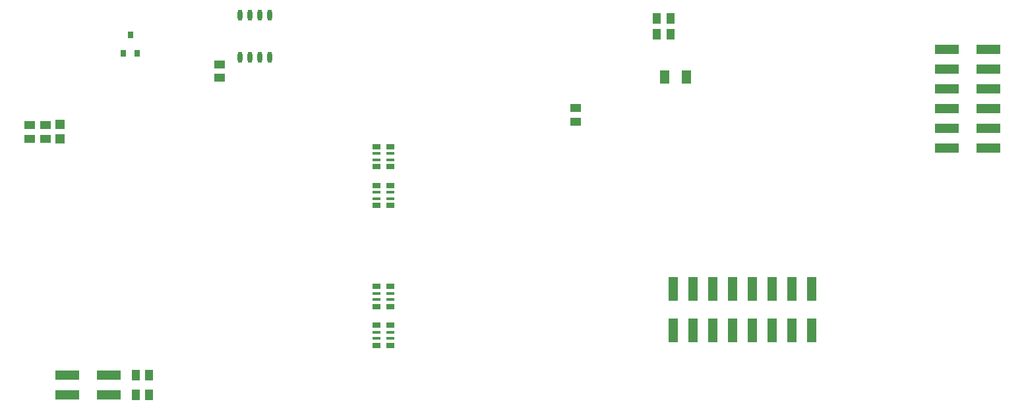
<source format=gbp>
G04 Layer_Color=128*
%FSLAX25Y25*%
%MOIN*%
G70*
G01*
G75*
%ADD19R,0.04331X0.05512*%
%ADD24R,0.04724X0.04724*%
%ADD31R,0.05512X0.04331*%
%ADD32R,0.04921X0.06890*%
%ADD41R,0.04331X0.01772*%
%ADD42R,0.04331X0.02756*%
%ADD45R,0.05000X0.12000*%
%ADD82R,0.12000X0.05000*%
%ADD83R,0.02559X0.03740*%
%ADD84O,0.02362X0.05709*%
D19*
X91240Y37008D02*
D03*
X98130D02*
D03*
X91240Y27008D02*
D03*
X98130D02*
D03*
X361713Y209646D02*
D03*
X354823D02*
D03*
X361713Y217520D02*
D03*
X354823D02*
D03*
D24*
X53150Y156496D02*
D03*
Y163976D02*
D03*
D31*
X133858Y187500D02*
D03*
Y194390D02*
D03*
X313780Y172343D02*
D03*
Y165453D02*
D03*
X45669Y163681D02*
D03*
Y156791D02*
D03*
X37795Y163681D02*
D03*
Y156791D02*
D03*
D32*
X358760Y187992D02*
D03*
X369587D02*
D03*
D41*
X219882Y58661D02*
D03*
Y55512D02*
D03*
X213189Y58661D02*
D03*
Y55512D02*
D03*
X213189Y75197D02*
D03*
Y78347D02*
D03*
X219882Y75197D02*
D03*
Y78347D02*
D03*
X219882Y129528D02*
D03*
Y126378D02*
D03*
X213189Y129528D02*
D03*
Y126378D02*
D03*
X219882Y149213D02*
D03*
Y146063D02*
D03*
X213189Y149213D02*
D03*
Y146063D02*
D03*
D42*
X219882Y62185D02*
D03*
Y51988D02*
D03*
X213189Y62185D02*
D03*
Y51988D02*
D03*
X213189Y71673D02*
D03*
Y81870D02*
D03*
X219882Y71673D02*
D03*
Y81870D02*
D03*
X219882Y133051D02*
D03*
Y122854D02*
D03*
X213189Y133051D02*
D03*
Y122854D02*
D03*
X219882Y152736D02*
D03*
Y142539D02*
D03*
X213189Y152736D02*
D03*
Y142539D02*
D03*
D45*
X363071Y80646D02*
D03*
X373071D02*
D03*
X363071Y59646D02*
D03*
X373071D02*
D03*
X383071Y80646D02*
D03*
Y59646D02*
D03*
X393071Y80646D02*
D03*
Y59646D02*
D03*
X403071Y80646D02*
D03*
Y59646D02*
D03*
X413071Y80646D02*
D03*
Y59646D02*
D03*
X423071Y80646D02*
D03*
Y59646D02*
D03*
X433071Y80646D02*
D03*
Y59646D02*
D03*
D82*
X522244Y201969D02*
D03*
X501244D02*
D03*
X522244Y191969D02*
D03*
X501244D02*
D03*
X522244Y181968D02*
D03*
X501244D02*
D03*
X522244Y171968D02*
D03*
X501244D02*
D03*
X522244Y161969D02*
D03*
X501244D02*
D03*
X522244Y151969D02*
D03*
X501244D02*
D03*
X77756Y37008D02*
D03*
X56756D02*
D03*
X77756Y27008D02*
D03*
X56756D02*
D03*
D83*
X92126Y200098D02*
D03*
X85039D02*
D03*
X88583Y209350D02*
D03*
D84*
X144075Y219390D02*
D03*
X149075D02*
D03*
X154075D02*
D03*
X159075D02*
D03*
X144075Y197933D02*
D03*
X149075D02*
D03*
X154075D02*
D03*
X159075D02*
D03*
M02*

</source>
